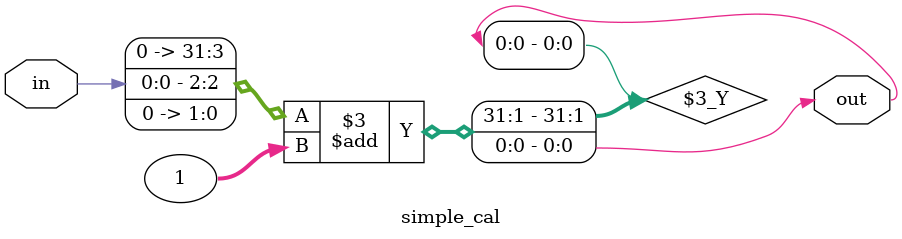
<source format=v>
module unoptimized(
    input wire a,
    input wire b,
    output wire y
);
    wire x;
    simple_cal cal0(.in(b), .out(x));
    mux2to1 mux0 (.in0(a), .in1(x), .sel(b), .out(y));
endmodule

// 2-to-1 Multiplexer Module
module mux2to1(
    input wire in0,
    input wire in1,
    input wire sel,
    output reg out
);
    always @(*) begin
        out = sel ? in1 : in0; // Use ternary operator for clarity
    end
endmodule

// simple calculation
module simple_cal(
    input wire in,
    output reg out
);
    always @(*) begin
          out = (in << 2) + 1;
    end
endmodule

</source>
